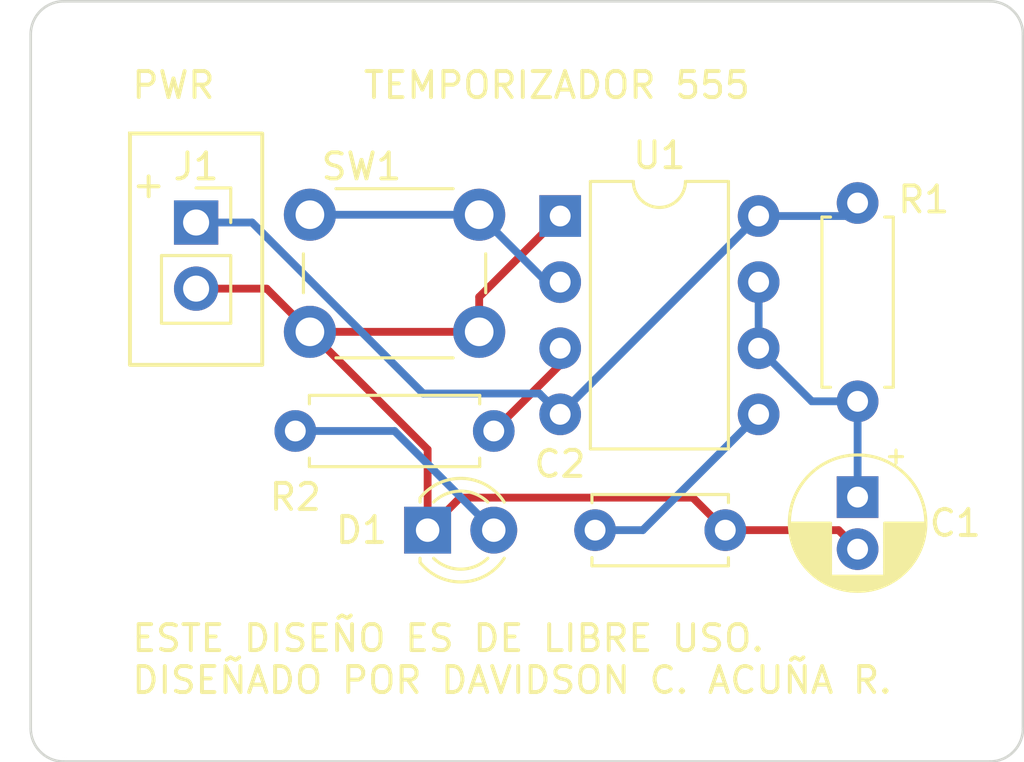
<source format=kicad_pcb>
(kicad_pcb (version 20221018) (generator pcbnew)
  (layers (0 "F.Cu" signal) (31 "B.Cu" signal) (34 "B.Paste" user) (35 "F.Paste" user) (36 "B.SilkS" user "B.Silkscreen") (37 "F.SilkS" user "F.Silkscreen") (38 "B.Mask" user) (39 "F.Mask" user) (44 "Edge.Cuts" user))
  (net 0 "")
  (net 1 "Net-(U1-DIS)")
  (net 2 "GND")
  (net 3 "Net-(U1-CV)")
  (net 4 "Net-(D1-A)")
  (net 5 "+5V")
  (net 6 "Net-(U1-Q)")
  (net 7 "Net-(U1-TR)")
  (footprint "Button_Switch_THT:SW_PUSH_6mm" (layer "F.Cu") (at 170.89 88.9 180)
    (fp_text reference "SW1" (at 4.52 6.35) (layer "F.SilkS"))
    (fp_text value "SW_Push")
    (fp_line (start -0.25 1.5) (end -0.25 3) (stroke (width 0.12)) (layer "F.SilkS"))
    (fp_line (start 1 5.5) (end 5.5 5.5) (stroke (width 0.12)) (layer "F.SilkS"))
    (fp_line (start 5.5 -1) (end 1 -1) (stroke (width 0.12)) (layer "F.SilkS"))
    (fp_line (start 6.75 3) (end 6.75 1.5) (stroke (width 0.12)) (layer "F.SilkS"))
    (pad "1" thru_hole circle (at 0 0 270) (size 2 2) (drill 1.1) (layers "*.Cu" "*.Mask") (net 2 "GND"))
    (pad "1" thru_hole circle (at 6.5 0 270) (size 2 2) (drill 1.1) (layers "*.Cu" "*.Mask") (net 2 "GND"))
    (pad "2" thru_hole circle (at 0 4.5 270) (size 2 2) (drill 1.1) (layers "*.Cu" "*.Mask") (net 7 "Net-(U1-TR)"))
    (pad "2" thru_hole circle (at 6.5 4.5 270) (size 2 2) (drill 1.1) (layers "*.Cu" "*.Mask") (net 7 "Net-(U1-TR)"))
  )
  (footprint "Capacitor_THT:CP_Radial_D5.0mm_P2.00mm" (layer "F.Cu") (at 185.42 95.25 -90)
    (fp_text reference "C1" (at 1 -3.75 -180) (layer "F.SilkS"))
    (fp_text value "C")
    (fp_line (start -1.804775 -1.475) (end -1.304775 -1.475) (stroke (width 0.12)) (layer "F.SilkS"))
    (fp_line (start -1.554775 -1.725) (end -1.554775 -1.225) (stroke (width 0.12)) (layer "F.SilkS"))
    (fp_line (start 1 -2.58) (end 1 -1.04) (stroke (width 0.12)) (layer "F.SilkS"))
    (fp_line (start 1 1.04) (end 1 2.58) (stroke (width 0.12)) (layer "F.SilkS"))
    (fp_line (start 1.04 -2.58) (end 1.04 -1.04) (stroke (width 0.12)) (layer "F.SilkS"))
    (fp_line (start 1.04 1.04) (end 1.04 2.58) (stroke (width 0.12)) (layer "F.SilkS"))
    (fp_line (start 1.08 -2.579) (end 1.08 -1.04) (stroke (width 0.12)) (layer "F.SilkS"))
    (fp_line (start 1.08 1.04) (end 1.08 2.579) (stroke (width 0.12)) (layer "F.SilkS"))
    (fp_line (start 1.12 -2.578) (end 1.12 -1.04) (stroke (width 0.12)) (layer "F.SilkS"))
    (fp_line (start 1.12 1.04) (end 1.12 2.578) (stroke (width 0.12)) (layer "F.SilkS"))
    (fp_line (start 1.16 -2.576) (end 1.16 -1.04) (stroke (width 0.12)) (layer "F.SilkS"))
    (fp_line (start 1.16 1.04) (end 1.16 2.576) (stroke (width 0.12)) (layer "F.SilkS"))
    (fp_line (start 1.2 -2.573) (end 1.2 -1.04) (stroke (width 0.12)) (layer "F.SilkS"))
    (fp_line (start 1.2 1.04) (end 1.2 2.573) (stroke (width 0.12)) (layer "F.SilkS"))
    (fp_line (start 1.24 -2.569) (end 1.24 -1.04) (stroke (width 0.12)) (layer "F.SilkS"))
    (fp_line (start 1.24 1.04) (end 1.24 2.569) (stroke (width 0.12)) (layer "F.SilkS"))
    (fp_line (start 1.28 -2.565) (end 1.28 -1.04) (stroke (width 0.12)) (layer "F.SilkS"))
    (fp_line (start 1.28 1.04) (end 1.28 2.565) (stroke (width 0.12)) (layer "F.SilkS"))
    (fp_line (start 1.32 -2.561) (end 1.32 -1.04) (stroke (width 0.12)) (layer "F.SilkS"))
    (fp_line (start 1.32 1.04) (end 1.32 2.561) (stroke (width 0.12)) (layer "F.SilkS"))
    (fp_line (start 1.36 -2.556) (end 1.36 -1.04) (stroke (width 0.12)) (layer "F.SilkS"))
    (fp_line (start 1.36 1.04) (end 1.36 2.556) (stroke (width 0.12)) (layer "F.SilkS"))
    (fp_line (start 1.4 -2.55) (end 1.4 -1.04) (stroke (width 0.12)) (layer "F.SilkS"))
    (fp_line (start 1.4 1.04) (end 1.4 2.55) (stroke (width 0.12)) (layer "F.SilkS"))
    (fp_line (start 1.44 -2.543) (end 1.44 -1.04) (stroke (width 0.12)) (layer "F.SilkS"))
    (fp_line (start 1.44 1.04) (end 1.44 2.543) (stroke (width 0.12)) (layer "F.SilkS"))
    (fp_line (start 1.48 -2.536) (end 1.48 -1.04) (stroke (width 0.12)) (layer "F.SilkS"))
    (fp_line (start 1.48 1.04) (end 1.48 2.536) (stroke (width 0.12)) (layer "F.SilkS"))
    (fp_line (start 1.52 -2.528) (end 1.52 -1.04) (stroke (width 0.12)) (layer "F.SilkS"))
    (fp_line (start 1.52 1.04) (end 1.52 2.528) (stroke (width 0.12)) (layer "F.SilkS"))
    (fp_line (start 1.56 -2.52) (end 1.56 -1.04) (stroke (width 0.12)) (layer "F.SilkS"))
    (fp_line (start 1.56 1.04) (end 1.56 2.52) (stroke (width 0.12)) (layer "F.SilkS"))
    (fp_line (start 1.6 -2.511) (end 1.6 -1.04) (stroke (width 0.12)) (layer "F.SilkS"))
    (fp_line (start 1.6 1.04) (end 1.6 2.511) (stroke (width 0.12)) (layer "F.SilkS"))
    (fp_line (start 1.64 -2.501) (end 1.64 -1.04) (stroke (width 0.12)) (layer "F.SilkS"))
    (fp_line (start 1.64 1.04) (end 1.64 2.501) (stroke (width 0.12)) (layer "F.SilkS"))
    (fp_line (start 1.68 -2.491) (end 1.68 -1.04) (stroke (width 0.12)) (layer "F.SilkS"))
    (fp_line (start 1.68 1.04) (end 1.68 2.491) (stroke (width 0.12)) (layer "F.SilkS"))
    (fp_line (start 1.721 -2.48) (end 1.721 -1.04) (stroke (width 0.12)) (layer "F.SilkS"))
    (fp_line (start 1.721 1.04) (end 1.721 2.48) (stroke (width 0.12)) (layer "F.SilkS"))
    (fp_line (start 1.761 -2.468) (end 1.761 -1.04) (stroke (width 0.12)) (layer "F.SilkS"))
    (fp_line (start 1.761 1.04) (end 1.761 2.468) (stroke (width 0.12)) (layer "F.SilkS"))
    (fp_line (start 1.801 -2.455) (end 1.801 -1.04) (stroke (width 0.12)) (layer "F.SilkS"))
    (fp_line (start 1.801 1.04) (end 1.801 2.455) (stroke (width 0.12)) (layer "F.SilkS"))
    (fp_line (start 1.841 -2.442) (end 1.841 -1.04) (stroke (width 0.12)) (layer "F.SilkS"))
    (fp_line (start 1.841 1.04) (end 1.841 2.442) (stroke (width 0.12)) (layer "F.SilkS"))
    (fp_line (start 1.881 -2.428) (end 1.881 -1.04) (stroke (width 0.12)) (layer "F.SilkS"))
    (fp_line (start 1.881 1.04) (end 1.881 2.428) (stroke (width 0.12)) (layer "F.SilkS"))
    (fp_line (start 1.921 -2.414) (end 1.921 -1.04) (stroke (width 0.12)) (layer "F.SilkS"))
    (fp_line (start 1.921 1.04) (end 1.921 2.414) (stroke (width 0.12)) (layer "F.SilkS"))
    (fp_line (start 1.961 -2.398) (end 1.961 -1.04) (stroke (width 0.12)) (layer "F.SilkS"))
    (fp_line (start 1.961 1.04) (end 1.961 2.398) (stroke (width 0.12)) (layer "F.SilkS"))
    (fp_line (start 2.001 -2.382) (end 2.001 -1.04) (stroke (width 0.12)) (layer "F.SilkS"))
    (fp_line (start 2.001 1.04) (end 2.001 2.382) (stroke (width 0.12)) (layer "F.SilkS"))
    (fp_line (start 2.041 -2.365) (end 2.041 -1.04) (stroke (width 0.12)) (layer "F.SilkS"))
    (fp_line (start 2.041 1.04) (end 2.041 2.365) (stroke (width 0.12)) (layer "F.SilkS"))
    (fp_line (start 2.081 -2.348) (end 2.081 -1.04) (stroke (width 0.12)) (layer "F.SilkS"))
    (fp_line (start 2.081 1.04) (end 2.081 2.348) (stroke (width 0.12)) (layer "F.SilkS"))
    (fp_line (start 2.121 -2.329) (end 2.121 -1.04) (stroke (width 0.12)) (layer "F.SilkS"))
    (fp_line (start 2.121 1.04) (end 2.121 2.329) (stroke (width 0.12)) (layer "F.SilkS"))
    (fp_line (start 2.161 -2.31) (end 2.161 -1.04) (stroke (width 0.12)) (layer "F.SilkS"))
    (fp_line (start 2.161 1.04) (end 2.161 2.31) (stroke (width 0.12)) (layer "F.SilkS"))
    (fp_line (start 2.201 -2.29) (end 2.201 -1.04) (stroke (width 0.12)) (layer "F.SilkS"))
    (fp_line (start 2.201 1.04) (end 2.201 2.29) (stroke (width 0.12)) (layer "F.SilkS"))
    (fp_line (start 2.241 -2.268) (end 2.241 -1.04) (stroke (width 0.12)) (layer "F.SilkS"))
    (fp_line (start 2.241 1.04) (end 2.241 2.268) (stroke (width 0.12)) (layer "F.SilkS"))
    (fp_line (start 2.281 -2.247) (end 2.281 -1.04) (stroke (width 0.12)) (layer "F.SilkS"))
    (fp_line (start 2.281 1.04) (end 2.281 2.247) (stroke (width 0.12)) (layer "F.SilkS"))
    (fp_line (start 2.321 -2.224) (end 2.321 -1.04) (stroke (width 0.12)) (layer "F.SilkS"))
    (fp_line (start 2.321 1.04) (end 2.321 2.224) (stroke (width 0.12)) (layer "F.SilkS"))
    (fp_line (start 2.361 -2.2) (end 2.361 -1.04) (stroke (width 0.12)) (layer "F.SilkS"))
    (fp_line (start 2.361 1.04) (end 2.361 2.2) (stroke (width 0.12)) (layer "F.SilkS"))
    (fp_line (start 2.401 -2.175) (end 2.401 -1.04) (stroke (width 0.12)) (layer "F.SilkS"))
    (fp_line (start 2.401 1.04) (end 2.401 2.175) (stroke (width 0.12)) (layer "F.SilkS"))
    (fp_line (start 2.441 -2.149) (end 2.441 -1.04) (stroke (width 0.12)) (layer "F.SilkS"))
    (fp_line (start 2.441 1.04) (end 2.441 2.149) (stroke (width 0.12)) (layer "F.SilkS"))
    (fp_line (start 2.481 -2.122) (end 2.481 -1.04) (stroke (width 0.12)) (layer "F.SilkS"))
    (fp_line (start 2.481 1.04) (end 2.481 2.122) (stroke (width 0.12)) (layer "F.SilkS"))
    (fp_line (start 2.521 -2.095) (end 2.521 -1.04) (stroke (width 0.12)) (layer "F.SilkS"))
    (fp_line (start 2.521 1.04) (end 2.521 2.095) (stroke (width 0.12)) (layer "F.SilkS"))
    (fp_line (start 2.561 -2.065) (end 2.561 -1.04) (stroke (width 0.12)) (layer "F.SilkS"))
    (fp_line (start 2.561 1.04) (end 2.561 2.065) (stroke (width 0.12)) (layer "F.SilkS"))
    (fp_line (start 2.601 -2.035) (end 2.601 -1.04) (stroke (width 0.12)) (layer "F.SilkS"))
    (fp_line (start 2.601 1.04) (end 2.601 2.035) (stroke (width 0.12)) (layer "F.SilkS"))
    (fp_line (start 2.641 -2.004) (end 2.641 -1.04) (stroke (width 0.12)) (layer "F.SilkS"))
    (fp_line (start 2.641 1.04) (end 2.641 2.004) (stroke (width 0.12)) (layer "F.SilkS"))
    (fp_line (start 2.681 -1.971) (end 2.681 -1.04) (stroke (width 0.12)) (layer "F.SilkS"))
    (fp_line (start 2.681 1.04) (end 2.681 1.971) (stroke (width 0.12)) (layer "F.SilkS"))
    (fp_line (start 2.721 -1.937) (end 2.721 -1.04) (stroke (width 0.12)) (layer "F.SilkS"))
    (fp_line (start 2.721 1.04) (end 2.721 1.937) (stroke (width 0.12)) (layer "F.SilkS"))
    (fp_line (start 2.761 -1.901) (end 2.761 -1.04) (stroke (width 0.12)) (layer "F.SilkS"))
    (fp_line (start 2.761 1.04) (end 2.761 1.901) (stroke (width 0.12)) (layer "F.SilkS"))
    (fp_line (start 2.801 -1.864) (end 2.801 -1.04) (stroke (width 0.12)) (layer "F.SilkS"))
    (fp_line (start 2.801 1.04) (end 2.801 1.864) (stroke (width 0.12)) (layer "F.SilkS"))
    (fp_line (start 2.841 -1.826) (end 2.841 -1.04) (stroke (width 0.12)) (layer "F.SilkS"))
    (fp_line (start 2.841 1.04) (end 2.841 1.826) (stroke (width 0.12)) (layer "F.SilkS"))
    (fp_line (start 2.881 -1.785) (end 2.881 -1.04) (stroke (width 0.12)) (layer "F.SilkS"))
    (fp_line (start 2.881 1.04) (end 2.881 1.785) (stroke (width 0.12)) (layer "F.SilkS"))
    (fp_line (start 2.921 -1.743) (end 2.921 -1.04) (stroke (width 0.12)) (layer "F.SilkS"))
    (fp_line (start 2.921 1.04) (end 2.921 1.743) (stroke (width 0.12)) (layer "F.SilkS"))
    (fp_line (start 2.961 -1.699) (end 2.961 -1.04) (stroke (width 0.12)) (layer "F.SilkS"))
    (fp_line (start 2.961 1.04) (end 2.961 1.699) (stroke (width 0.12)) (layer "F.SilkS"))
    (fp_line (start 3.001 -1.653) (end 3.001 -1.04) (stroke (width 0.12)) (layer "F.SilkS"))
    (fp_line (start 3.001 1.04) (end 3.001 1.653) (stroke (width 0.12)) (layer "F.SilkS"))
    (fp_line (start 3.041 -1.605) (end 3.041 1.605) (stroke (width 0.12)) (layer "F.SilkS"))
    (fp_line (start 3.081 -1.554) (end 3.081 1.554) (stroke (width 0.12)) (layer "F.SilkS"))
    (fp_line (start 3.121 -1.5) (end 3.121 1.5) (stroke (width 0.12)) (layer "F.SilkS"))
    (fp_line (start 3.161 -1.443) (end 3.161 1.443) (stroke (width 0.12)) (layer "F.SilkS"))
    (fp_line (start 3.201 -1.383) (end 3.201 1.383) (stroke (width 0.12)) (layer "F.SilkS"))
    (fp_line (start 3.241 -1.319) (end 3.241 1.319) (stroke (width 0.12)) (layer "F.SilkS"))
    (fp_line (start 3.281 -1.251) (end 3.281 1.251) (stroke (width 0.12)) (layer "F.SilkS"))
    (fp_line (start 3.321 -1.178) (end 3.321 1.178) (stroke (width 0.12)) (layer "F.SilkS"))
    (fp_line (start 3.361 -1.098) (end 3.361 1.098) (stroke (width 0.12)) (layer "F.SilkS"))
    (fp_line (start 3.401 -1.011) (end 3.401 1.011) (stroke (width 0.12)) (layer "F.SilkS"))
    (fp_line (start 3.441 -0.915) (end 3.441 0.915) (stroke (width 0.12)) (layer "F.SilkS"))
    (fp_line (start 3.481 -0.805) (end 3.481 0.805) (stroke (width 0.12)) (layer "F.SilkS"))
    (fp_line (start 3.521 -0.677) (end 3.521 0.677) (stroke (width 0.12)) (layer "F.SilkS"))
    (fp_line (start 3.561 -0.518) (end 3.561 0.518) (stroke (width 0.12)) (layer "F.SilkS"))
    (fp_line (start 3.601 -0.284) (end 3.601 0.284) (stroke (width 0.12)) (layer "F.SilkS"))
    (fp_circle (center 1 0) (end 3.62 0) (stroke (width 0.12)) (fill none) (layer "F.SilkS"))
    (pad "1" thru_hole rect (at 0 0 270) (size 1.6 1.6) (drill 0.8) (layers "*.Cu" "*.Mask") (net 1 "Net-(U1-DIS)"))
    (pad "2" thru_hole circle (at 2 0 270) (size 1.6 1.6) (drill 0.8) (layers "*.Cu" "*.Mask") (net 2 "GND"))
  )
  (footprint "Capacitor_THT:C_Disc_D5.0mm_W2.5mm_P5.00mm" (layer "F.Cu") (at 175.34 96.52)
    (fp_text reference "C2" (at -1.35 -2.54) (layer "F.SilkS"))
    (fp_text value "10nF")
    (fp_line (start -0.12 -1.37) (end -0.12 -1.055) (stroke (width 0.12)) (layer "F.SilkS"))
    (fp_line (start -0.12 -1.37) (end 5.12 -1.37) (stroke (width 0.12)) (layer "F.SilkS"))
    (fp_line (start -0.12 1.055) (end -0.12 1.37) (stroke (width 0.12)) (layer "F.SilkS"))
    (fp_line (start -0.12 1.37) (end 5.12 1.37) (stroke (width 0.12)) (layer "F.SilkS"))
    (fp_line (start 5.12 -1.37) (end 5.12 -1.055) (stroke (width 0.12)) (layer "F.SilkS"))
    (fp_line (start 5.12 1.055) (end 5.12 1.37) (stroke (width 0.12)) (layer "F.SilkS"))
    (pad "1" thru_hole circle (at 0 0) (size 1.6 1.6) (drill 0.8) (layers "*.Cu" "*.Mask") (net 3 "Net-(U1-CV)"))
    (pad "2" thru_hole circle (at 5 0) (size 1.6 1.6) (drill 0.8) (layers "*.Cu" "*.Mask") (net 2 "GND"))
  )
  (footprint "Connector_PinSocket_2.54mm:PinSocket_1x02_P2.54mm_Vertical" (layer "F.Cu") (at 160.02 84.7)
    (fp_text reference "J1" (at 0 -2.15) (layer "F.SilkS"))
    (fp_text value "Conn_01x02_Socket")
    (fp_line (start -1.33 1.27) (end -1.33 3.87) (stroke (width 0.12)) (layer "F.SilkS"))
    (fp_line (start -1.33 1.27) (end 1.33 1.27) (stroke (width 0.12)) (layer "F.SilkS"))
    (fp_line (start -1.33 3.87) (end 1.33 3.87) (stroke (width 0.12)) (layer "F.SilkS"))
    (fp_line (start 0 -1.33) (end 1.33 -1.33) (stroke (width 0.12)) (layer "F.SilkS"))
    (fp_line (start 1.33 -1.33) (end 1.33 0) (stroke (width 0.12)) (layer "F.SilkS"))
    (fp_line (start 1.33 1.27) (end 1.33 3.87) (stroke (width 0.12)) (layer "F.SilkS"))
    (pad "1" thru_hole rect (at 0 0) (size 1.7 1.7) (drill 1) (layers "*.Cu" "*.Mask") (net 5 "+5V"))
    (pad "2" thru_hole oval (at 0 2.54) (size 1.7 1.7) (drill 1) (layers "*.Cu" "*.Mask") (net 2 "GND"))
  )
  (footprint "LED_THT:LED_D3.0mm" (layer "F.Cu") (at 168.91 96.52)
    (fp_text reference "D1" (at -2.54 0) (layer "F.SilkS"))
    (fp_text value "LED")
    (fp_line (start -0.29 -1.236) (end -0.29 -1.08) (stroke (width 0.12)) (layer "F.SilkS"))
    (fp_line (start -0.29 1.08) (end -0.29 1.236) (stroke (width 0.12)) (layer "F.SilkS"))
    (fp_arc (start -0.29 -1.235516) (mid 1.366487 -1.987659) (end 2.942335 -1.078608) (stroke (width 0.12)) (layer "F.SilkS"))
    (fp_arc (start 0.229039 -1.08) (mid 1.270117 -1.5) (end 2.31113 -1.079837) (stroke (width 0.12)) (layer "F.SilkS"))
    (fp_arc (start 2.31113 1.079837) (mid 1.270117 1.5) (end 0.229039 1.08) (stroke (width 0.12)) (layer "F.SilkS"))
    (fp_arc (start 2.942335 1.078608) (mid 1.366487 1.987659) (end -0.29 1.235516) (stroke (width 0.12)) (layer "F.SilkS"))
    (pad "1" thru_hole rect (at 0 0) (size 1.8 1.8) (drill 0.9) (layers "*.Cu" "*.Mask") (net 2 "GND"))
    (pad "2" thru_hole circle (at 2.54 0) (size 1.8 1.8) (drill 0.9) (layers "*.Cu" "*.Mask") (net 4 "Net-(D1-A)"))
  )
  (footprint "Resistor_THT:R_Axial_DIN0207_L6.3mm_D2.5mm_P7.62mm_Horizontal" (layer "F.Cu") (at 171.45 92.71 180)
    (fp_text reference "R2" (at 7.62 -2.54) (layer "F.SilkS"))
    (fp_text value "220")
    (fp_line (start 0.54 -1.37) (end 7.08 -1.37) (stroke (width 0.12)) (layer "F.SilkS"))
    (fp_line (start 0.54 -1.04) (end 0.54 -1.37) (stroke (width 0.12)) (layer "F.SilkS"))
    (fp_line (start 0.54 1.04) (end 0.54 1.37) (stroke (width 0.12)) (layer "F.SilkS"))
    (fp_line (start 0.54 1.37) (end 7.08 1.37) (stroke (width 0.12)) (layer "F.SilkS"))
    (fp_line (start 7.08 -1.37) (end 7.08 -1.04) (stroke (width 0.12)) (layer "F.SilkS"))
    (fp_line (start 7.08 1.37) (end 7.08 1.04) (stroke (width 0.12)) (layer "F.SilkS"))
    (pad "1" thru_hole circle (at 0 0 180) (size 1.6 1.6) (drill 0.8) (layers "*.Cu" "*.Mask") (net 6 "Net-(U1-Q)"))
    (pad "2" thru_hole oval (at 7.62 0 180) (size 1.6 1.6) (drill 0.8) (layers "*.Cu" "*.Mask") (net 4 "Net-(D1-A)"))
  )
  (footprint "Package_DIP:DIP-8_W7.62mm" (layer "F.Cu") (at 174 84.45)
    (fp_text reference "U1" (at 3.81 -2.33) (layer "F.SilkS"))
    (fp_text value "NA555P")
    (fp_line (start 1.16 -1.33) (end 1.16 8.95) (stroke (width 0.12)) (layer "F.SilkS"))
    (fp_line (start 1.16 8.95) (end 6.46 8.95) (stroke (width 0.12)) (layer "F.SilkS"))
    (fp_line (start 2.81 -1.33) (end 1.16 -1.33) (stroke (width 0.12)) (layer "F.SilkS"))
    (fp_line (start 6.46 -1.33) (end 4.81 -1.33) (stroke (width 0.12)) (layer "F.SilkS"))
    (fp_line (start 6.46 8.95) (end 6.46 -1.33) (stroke (width 0.12)) (layer "F.SilkS"))
    (fp_arc (start 4.81 -1.33) (mid 3.81 -0.33) (end 2.81 -1.33) (stroke (width 0.12)) (layer "F.SilkS"))
    (pad "1" thru_hole rect (at 0 0) (size 1.6 1.6) (drill 0.8) (layers "*.Cu" "*.Mask") (net 2 "GND"))
    (pad "2" thru_hole oval (at 0 2.54) (size 1.6 1.6) (drill 0.8) (layers "*.Cu" "*.Mask") (net 7 "Net-(U1-TR)"))
    (pad "3" thru_hole oval (at 0 5.08) (size 1.6 1.6) (drill 0.8) (layers "*.Cu" "*.Mask") (net 6 "Net-(U1-Q)"))
    (pad "4" thru_hole oval (at 0 7.62) (size 1.6 1.6) (drill 0.8) (layers "*.Cu" "*.Mask") (net 5 "+5V"))
    (pad "5" thru_hole oval (at 7.62 7.62) (size 1.6 1.6) (drill 0.8) (layers "*.Cu" "*.Mask") (net 3 "Net-(U1-CV)"))
    (pad "6" thru_hole oval (at 7.62 5.08) (size 1.6 1.6) (drill 0.8) (layers "*.Cu" "*.Mask") (net 1 "Net-(U1-DIS)"))
    (pad "7" thru_hole oval (at 7.62 2.54) (size 1.6 1.6) (drill 0.8) (layers "*.Cu" "*.Mask") (net 1 "Net-(U1-DIS)"))
    (pad "8" thru_hole oval (at 7.62 0) (size 1.6 1.6) (drill 0.8) (layers "*.Cu" "*.Mask") (net 5 "+5V"))
  )
  (footprint "Resistor_THT:R_Axial_DIN0207_L6.3mm_D2.5mm_P7.62mm_Horizontal" (layer "F.Cu") (at 185.42 83.95 -90)
    (fp_text reference "R1" (at -0.13 -2.54) (layer "F.SilkS"))
    (fp_text value "R")
    (fp_line (start 0.54 -1.37) (end 7.08 -1.37) (stroke (width 0.12)) (layer "F.SilkS"))
    (fp_line (start 0.54 -1.04) (end 0.54 -1.37) (stroke (width 0.12)) (layer "F.SilkS"))
    (fp_line (start 0.54 1.04) (end 0.54 1.37) (stroke (width 0.12)) (layer "F.SilkS"))
    (fp_line (start 0.54 1.37) (end 7.08 1.37) (stroke (width 0.12)) (layer "F.SilkS"))
    (fp_line (start 7.08 -1.37) (end 7.08 -1.04) (stroke (width 0.12)) (layer "F.SilkS"))
    (fp_line (start 7.08 1.37) (end 7.08 1.04) (stroke (width 0.12)) (layer "F.SilkS"))
    (pad "1" thru_hole circle (at 0 0 270) (size 1.6 1.6) (drill 0.8) (layers "*.Cu" "*.Mask") (net 5 "+5V"))
    (pad "2" thru_hole oval (at 7.62 0 270) (size 1.6 1.6) (drill 0.8) (layers "*.Cu" "*.Mask") (net 1 "Net-(U1-DIS)"))
  )
  (gr_rect (start 157.48 81.28) (end 162.56 90.17) (stroke (width 0.15)) (fill none) (layer "F.SilkS"))
  (gr_line (start 153.67 104.14) (end 153.67 77.47) (stroke (width 0.1)) (layer "Edge.Cuts"))
  (gr_arc (start 191.77 104.14) (mid 191.398026 105.038026) (end 190.5 105.41) (stroke (width 0.1)) (layer "Edge.Cuts"))
  (gr_arc (start 153.67 77.47) (mid 154.041974 76.571974) (end 154.94 76.2) (stroke (width 0.1)) (layer "Edge.Cuts"))
  (gr_line (start 191.77 77.47) (end 191.77 104.14) (stroke (width 0.1)) (layer "Edge.Cuts"))
  (gr_line (start 190.5 105.41) (end 154.94 105.41) (stroke (width 0.1)) (layer "Edge.Cuts"))
  (gr_line (start 154.94 76.2) (end 190.5 76.2) (stroke (width 0.1)) (layer "Edge.Cuts"))
  (gr_arc (start 154.94 105.41) (mid 154.041974 105.038026) (end 153.67 104.14) (stroke (width 0.1)) (layer "Edge.Cuts"))
  (gr_arc (start 190.5 76.2) (mid 191.398026 76.571974) (end 191.77 77.47) (stroke (width 0.1)) (layer "Edge.Cuts"))
  (gr_text "TEMPORIZADOR 555" (at 166.37 80.01) (layer "F.SilkS") (effects (font (size 1 1)) (justify left bottom)))
  (gr_text "PWR" (at 157.48 80.01) (layer "F.SilkS") (effects (font (size 1 1)) (justify left bottom)))
  (gr_text "+" (at 157.48 83.82) (layer "F.SilkS") (effects (font (size 1 1)) (justify left bottom)))
  (gr_text "ESTE DISEÑO ES DE LIBRE USO.\nDISEÑADO POR DAVIDSON C. ACUÑA R." (at 157.48 102.87) (layer "F.SilkS") (effects (font (size 1 1)) (justify left bottom)))
  (segment (start 185.42 91.57) (end 183.66 91.57) (width 0.3) (layer "B.Cu") (net 1))
  (segment (start 183.66 91.57) (end 181.62 89.53) (width 0.3) (layer "B.Cu") (net 1))
  (segment (start 181.62 89.53) (end 181.62 86.99) (width 0.3) (layer "B.Cu") (net 1))
  (segment (start 185.42 95.25) (end 185.42 91.57) (width 0.3) (layer "B.Cu") (net 1))
  (segment (start 164.39 88.9) (end 168.91 93.42) (width 0.3) (layer "F.Cu") (net 2))
  (segment (start 170.89 87.56) (end 174 84.45) (width 0.3) (layer "F.Cu") (net 2))
  (segment (start 180.34 96.52) (end 184.69 96.52) (width 0.3) (layer "F.Cu") (net 2))
  (segment (start 184.69 96.52) (end 185.42 97.25) (width 0.3) (layer "F.Cu") (net 2))
  (segment (start 162.73 87.24) (end 164.39 88.9) (width 0.3) (layer "F.Cu") (net 2))
  (segment (start 168.91 96.52) (end 170.16 95.27) (width 0.3) (layer "F.Cu") (net 2))
  (segment (start 170.16 95.27) (end 179.09 95.27) (width 0.3) (layer "F.Cu") (net 2))
  (segment (start 160.02 87.24) (end 162.73 87.24) (width 0.3) (layer "F.Cu") (net 2))
  (segment (start 164.39 88.9) (end 170.89 88.9) (width 0.3) (layer "F.Cu") (net 2))
  (segment (start 168.91 93.42) (end 168.91 96.52) (width 0.3) (layer "F.Cu") (net 2))
  (segment (start 179.09 95.27) (end 180.34 96.52) (width 0.3) (layer "F.Cu") (net 2))
  (segment (start 170.89 88.9) (end 170.89 87.56) (width 0.3) (layer "F.Cu") (net 2))
  (segment (start 175.34 96.52) (end 177.17 96.52) (width 0.3) (layer "B.Cu") (net 3))
  (segment (start 177.17 96.52) (end 181.62 92.07) (width 0.3) (layer "B.Cu") (net 3))
  (segment (start 163.83 92.71) (end 167.64 92.71) (width 0.3) (layer "B.Cu") (net 4))
  (segment (start 167.64 92.71) (end 171.45 96.52) (width 0.3) (layer "B.Cu") (net 4))
  (segment (start 181.62 84.45) (end 184.92 84.45) (width 0.3) (layer "B.Cu") (net 5))
  (segment (start 160.02 84.7) (end 162.17 84.7) (width 0.3) (layer "B.Cu") (net 5))
  (segment (start 184.92 84.45) (end 185.42 83.95) (width 0.3) (layer "B.Cu") (net 5))
  (segment (start 162.17 84.7) (end 168.740001 91.270001) (width 0.3) (layer "B.Cu") (net 5))
  (segment (start 174 92.07) (end 181.62 84.45) (width 0.3) (layer "B.Cu") (net 5))
  (segment (start 173.200001 91.270001) (end 174 92.07) (width 0.3) (layer "B.Cu") (net 5))
  (segment (start 168.740001 91.270001) (end 173.200001 91.270001) (width 0.3) (layer "B.Cu") (net 5))
  (segment (start 171.45 92.71) (end 174 90.16) (width 0.3) (layer "F.Cu") (net 6))
  (segment (start 174 90.16) (end 174 89.53) (width 0.3) (layer "F.Cu") (net 6))
  (segment (start 164.39 84.4) (end 170.89 84.4) (width 0.3) (layer "B.Cu") (net 7))
  (segment (start 170.89 84.4) (end 173.48 86.99) (width 0.3) (layer "B.Cu") (net 7))
  (segment (start 173.48 86.99) (end 174 86.99) (width 0.3) (layer "B.Cu") (net 7))
)
</source>
